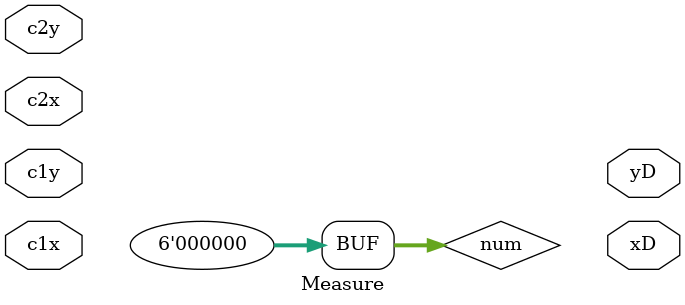
<source format=v>
module Measure(
	input  c1x,
	input  c2x,
	input  c1y,
	input  c2y,
	output xD,
	output yD
);
// Register to store initial number i.e. = 500mV
reg [5:0] num = 0;


endmodule 
</source>
